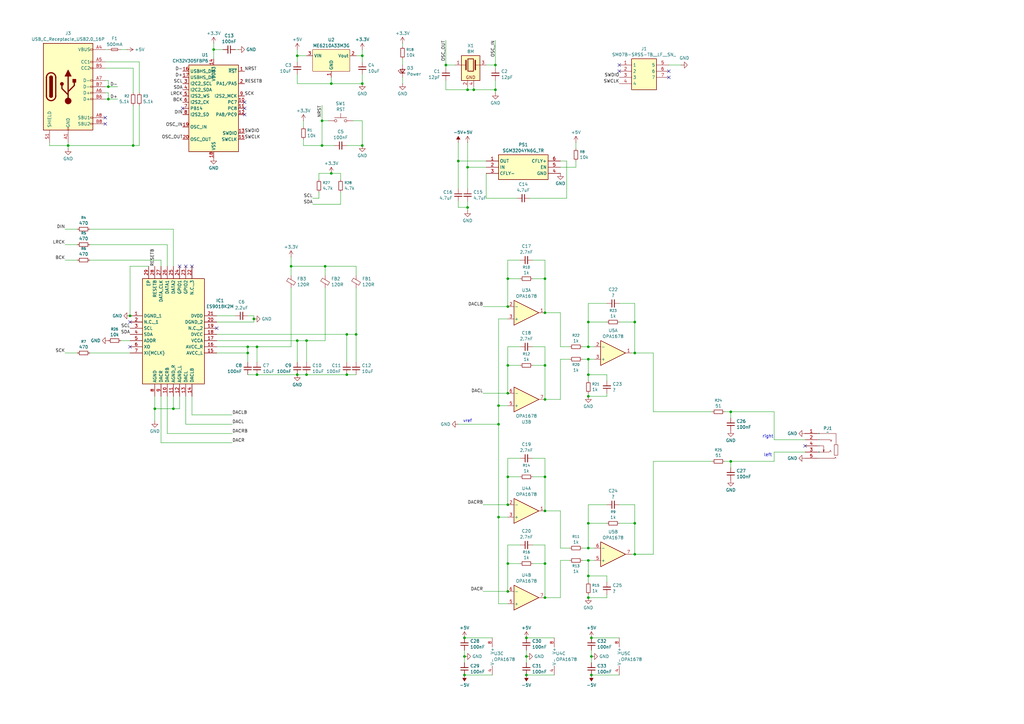
<source format=kicad_sch>
(kicad_sch (version 20250114) (generator "eeschema") (generator_version "9.0")
  (paper "A3")
  (title_block (title "HSDAC") (rev "v0.2"))
  (text "right" (at 314.96 179.07 0) (effects (font (size 1.27 1.27))))
  (text "left" (at 314.96 186.69 0) (effects (font (size 1.27 1.27))))
  (text "vref" (at 191.77 172.72 0) (effects (font (size 1.27 1.27))))
  (junction (at 204.47 212.09))
  (junction (at 190.5 276.86))
  (junction (at 104.14 130.81))
  (junction (at 208.28 149.86))
  (junction (at 190.5 269.24))
  (junction (at 204.47 173.99))
  (junction (at 191.77 85.09))
  (junction (at 125.73 139.7))
  (junction (at 223.52 231.14))
  (junction (at 119.38 109.22))
  (junction (at 241.3 162.56))
  (junction (at 132.08 59.69))
  (junction (at 191.77 68.58))
  (junction (at 44.45 40.64))
  (junction (at 148.59 34.29))
  (junction (at 208.28 125.73))
  (junction (at 223.52 149.86))
  (junction (at 215.9 276.86))
  (junction (at 241.3 224.79))
  (junction (at 121.92 22.86))
  (junction (at 241.3 236.22))
  (junction (at 241.3 142.24))
  (junction (at 241.3 147.32))
  (junction (at 44.45 35.56))
  (junction (at 223.52 114.3))
  (junction (at 148.59 22.86))
  (junction (at 241.3 229.87))
  (junction (at 53.34 129.54))
  (junction (at 132.08 49.53))
  (junction (at 146.05 137.16))
  (junction (at 241.3 245.11))
  (junction (at 260.35 144.78))
  (junction (at 215.9 269.24))
  (junction (at 242.57 276.86))
  (junction (at 260.35 132.08))
  (junction (at 142.24 153.67))
  (junction (at 223.52 163.83))
  (junction (at 208.28 207.01))
  (junction (at 194.31 36.83))
  (junction (at 208.28 195.58))
  (junction (at 71.12 167.64))
  (junction (at 135.89 71.12))
  (junction (at 63.5 167.64))
  (junction (at 203.2 36.83))
  (junction (at 105.41 142.24))
  (junction (at 242.57 269.24))
  (junction (at 204.47 166.37))
  (junction (at 208.28 242.57))
  (junction (at 101.6 144.78))
  (junction (at 87.63 20.32))
  (junction (at 241.3 153.67))
  (junction (at 241.3 214.63))
  (junction (at 299.72 168.91))
  (junction (at 260.35 214.63))
  (junction (at 182.88 26.67))
  (junction (at 208.28 231.14))
  (junction (at 142.24 137.16))
  (junction (at 54.61 59.69))
  (junction (at 223.52 195.58))
  (junction (at 105.41 153.67))
  (junction (at 208.28 114.3))
  (junction (at 203.2 26.67))
  (junction (at 121.92 153.67))
  (junction (at 27.94 59.69))
  (junction (at 135.89 34.29))
  (junction (at 133.35 109.22))
  (junction (at 260.35 227.33))
  (junction (at 148.59 59.69))
  (junction (at 223.52 245.11))
  (junction (at 215.9 261.62))
  (junction (at 223.52 128.27))
  (junction (at 101.6 142.24))
  (junction (at 191.77 36.83))
  (junction (at 190.5 261.62))
  (junction (at 242.57 261.62))
  (junction (at 299.72 189.23))
  (junction (at 223.52 209.55))
  (junction (at 241.3 132.08))
  (junction (at 187.96 66.04))
  (junction (at 125.73 153.67))
  (junction (at 121.92 139.7))
  (junction (at 208.28 161.29))
  (no_connect (at 74.93 44.45))
  (no_connect (at 100.33 44.45))
  (no_connect (at 53.34 132.08))
  (no_connect (at 274.32 31.75))
  (no_connect (at 43.18 50.8))
  (no_connect (at 254 29.21))
  (no_connect (at 254 26.67))
  (no_connect (at 274.32 29.21))
  (no_connect (at 330.2 182.88))
  (no_connect (at 73.66 109.22))
  (no_connect (at 76.2 109.22))
  (no_connect (at 78.74 109.22))
  (no_connect (at 43.18 48.26))
  (no_connect (at 88.9 134.62))
  (no_connect (at 100.33 46.99))
  (no_connect (at 53.34 142.24))
  (no_connect (at 100.33 41.91))
  (wire (pts (xy 91.44 20.32) (xy 87.63 20.32)))
  (wire (pts (xy 43.18 20.32) (xy 44.45 20.32)))
  (wire (pts (xy 248.92 207.01) (xy 241.3 207.01)))
  (wire (pts (xy 57.15 43.18) (xy 57.15 59.69)))
  (wire (pts (xy 88.9 142.24) (xy 101.6 142.24)))
  (wire (pts (xy 238.76 142.24) (xy 241.3 142.24)))
  (wire (pts (xy 218.44 114.3) (xy 223.52 114.3)))
  (wire (pts (xy 233.68 147.32) (xy 229.87 147.32)))
  (wire (pts (xy 165.1 31.75) (xy 165.1 34.29)))
  (wire (pts (xy 121.92 20.32) (xy 121.92 22.86)))
  (wire (pts (xy 88.9 129.54) (xy 96.52 129.54)))
  (wire (pts (xy 254 124.46) (xy 260.35 124.46)))
  (wire (pts (xy 260.35 207.01) (xy 260.35 214.63)))
  (wire (pts (xy 60.96 109.22) (xy 53.34 109.22)))
  (wire (pts (xy 88.9 144.78) (xy 101.6 144.78)))
  (wire (pts (xy 191.77 36.83) (xy 191.77 35.56)))
  (wire (pts (xy 88.9 132.08) (xy 104.14 132.08)))
  (wire (pts (xy 135.89 71.12) (xy 130.81 71.12)))
  (wire (pts (xy 128.27 81.28) (xy 130.81 81.28)))
  (wire (pts (xy 223.52 195.58) (xy 223.52 209.55)))
  (wire (pts (xy 223.52 231.14) (xy 223.52 245.11)))
  (wire (pts (xy 279.4 26.67) (xy 274.32 26.67)))
  (wire (pts (xy 248.92 238.76) (xy 248.92 236.22)))
  (wire (pts (xy 297.18 189.23) (xy 299.72 189.23)))
  (wire (pts (xy 241.3 147.32) (xy 241.3 153.67)))
  (wire (pts (xy 204.47 130.81) (xy 204.47 166.37)))
  (wire (pts (xy 43.18 25.4) (xy 57.15 25.4)))
  (wire (pts (xy 68.58 177.8) (xy 95.25 177.8)))
  (wire (pts (xy 199.39 81.28) (xy 212.09 81.28)))
  (wire (pts (xy 248.92 156.21) (xy 248.92 153.67)))
  (wire (pts (xy 223.52 142.24) (xy 218.44 142.24)))
  (wire (pts (xy 299.72 168.91) (xy 299.72 171.45)))
  (wire (pts (xy 133.35 139.7) (xy 125.73 139.7)))
  (wire (pts (xy 132.08 43.18) (xy 132.08 49.53)))
  (wire (pts (xy 44.45 33.02) (xy 44.45 35.56)))
  (wire (pts (xy 76.2 162.56) (xy 76.2 173.99)))
  (wire (pts (xy 203.2 36.83) (xy 194.31 36.83)))
  (wire (pts (xy 124.46 57.15) (xy 124.46 59.69)))
  (wire (pts (xy 203.2 26.67) (xy 199.39 26.67)))
  (wire (pts (xy 125.73 148.59) (xy 125.73 139.7)))
  (wire (pts (xy 260.35 144.78) (xy 259.08 144.78)))
  (wire (pts (xy 66.04 181.61) (xy 95.25 181.61)))
  (wire (pts (xy 191.77 58.42) (xy 191.77 68.58)))
  (wire (pts (xy 208.28 187.96) (xy 208.28 195.58)))
  (wire (pts (xy 142.24 153.67) (xy 146.05 153.67)))
  (wire (pts (xy 27.94 59.69) (xy 27.94 58.42)))
  (wire (pts (xy 223.52 106.68) (xy 218.44 106.68)))
  (wire (pts (xy 146.05 113.03) (xy 146.05 109.22)))
  (wire (pts (xy 119.38 142.24) (xy 105.41 142.24)))
  (wire (pts (xy 187.96 82.55) (xy 187.96 85.09)))
  (wire (pts (xy 191.77 85.09) (xy 191.77 86.36)))
  (wire (pts (xy 198.12 207.01) (xy 208.28 207.01)))
  (wire (pts (xy 121.92 22.86) (xy 121.92 25.4)))
  (wire (pts (xy 165.1 24.13) (xy 165.1 26.67)))
  (wire (pts (xy 26.67 106.68) (xy 31.75 106.68)))
  (wire (pts (xy 317.5 180.34) (xy 330.2 180.34)))
  (wire (pts (xy 101.6 153.67) (xy 105.41 153.67)))
  (wire (pts (xy 223.52 142.24) (xy 223.52 149.86)))
  (wire (pts (xy 148.59 34.29) (xy 135.89 34.29)))
  (wire (pts (xy 49.53 139.7) (xy 53.34 139.7)))
  (wire (pts (xy 182.88 26.67) (xy 182.88 27.94)))
  (wire (pts (xy 53.34 109.22) (xy 53.34 129.54)))
  (wire (pts (xy 26.67 100.33) (xy 31.75 100.33)))
  (wire (pts (xy 187.96 58.42) (xy 187.96 66.04)))
  (wire (pts (xy 130.81 81.28) (xy 130.81 78.74)))
  (wire (pts (xy 208.28 106.68) (xy 208.28 114.3)))
  (wire (pts (xy 223.52 114.3) (xy 223.52 128.27)))
  (wire (pts (xy 208.28 142.24) (xy 213.36 142.24)))
  (wire (pts (xy 146.05 22.86) (xy 148.59 22.86)))
  (wire (pts (xy 194.31 35.56) (xy 194.31 36.83)))
  (wire (pts (xy 44.45 40.64) (xy 48.26 40.64)))
  (wire (pts (xy 299.72 189.23) (xy 299.72 191.77)))
  (wire (pts (xy 229.87 68.58) (xy 236.22 68.58)))
  (wire (pts (xy 292.1 189.23) (xy 267.97 189.23)))
  (wire (pts (xy 148.59 49.53) (xy 148.59 59.69)))
  (wire (pts (xy 208.28 207.01) (xy 208.28 195.58)))
  (wire (pts (xy 198.12 242.57) (xy 208.28 242.57)))
  (wire (pts (xy 223.52 187.96) (xy 218.44 187.96)))
  (wire (pts (xy 71.12 167.64) (xy 63.5 167.64)))
  (wire (pts (xy 236.22 58.42) (xy 236.22 60.96)))
  (wire (pts (xy 215.9 261.62) (xy 227.33 261.62)))
  (wire (pts (xy 317.5 180.34) (xy 317.5 168.91)))
  (wire (pts (xy 260.35 132.08) (xy 260.35 144.78)))
  (wire (pts (xy 124.46 49.53) (xy 124.46 52.07)))
  (wire (pts (xy 267.97 168.91) (xy 267.97 144.78)))
  (wire (pts (xy 71.12 109.22) (xy 71.12 93.98)))
  (wire (pts (xy 208.28 231.14) (xy 208.28 242.57)))
  (wire (pts (xy 204.47 212.09) (xy 208.28 212.09)))
  (wire (pts (xy 44.45 35.56) (xy 48.26 35.56)))
  (wire (pts (xy 148.59 20.32) (xy 148.59 22.86)))
  (wire (pts (xy 229.87 224.79) (xy 229.87 209.55)))
  (wire (pts (xy 248.92 214.63) (xy 241.3 214.63)))
  (wire (pts (xy 133.35 113.03) (xy 133.35 109.22)))
  (wire (pts (xy 66.04 106.68) (xy 66.04 109.22)))
  (wire (pts (xy 119.38 105.41) (xy 119.38 109.22)))
  (wire (pts (xy 146.05 109.22) (xy 133.35 109.22)))
  (wire (pts (xy 241.3 124.46) (xy 241.3 132.08)))
  (wire (pts (xy 267.97 227.33) (xy 260.35 227.33)))
  (wire (pts (xy 54.61 27.94) (xy 43.18 27.94)))
  (wire (pts (xy 198.12 125.73) (xy 208.28 125.73)))
  (wire (pts (xy 20.32 59.69) (xy 27.94 59.69)))
  (wire (pts (xy 233.68 142.24) (xy 229.87 142.24)))
  (wire (pts (xy 204.47 212.09) (xy 204.47 247.65)))
  (wire (pts (xy 78.74 170.18) (xy 95.25 170.18)))
  (wire (pts (xy 186.69 26.67) (xy 182.88 26.67)))
  (wire (pts (xy 187.96 173.99) (xy 204.47 173.99)))
  (wire (pts (xy 208.28 231.14) (xy 213.36 231.14)))
  (wire (pts (xy 71.12 93.98) (xy 36.83 93.98)))
  (wire (pts (xy 223.52 223.52) (xy 218.44 223.52)))
  (wire (pts (xy 229.87 209.55) (xy 223.52 209.55)))
  (wire (pts (xy 104.14 130.81) (xy 104.14 129.54)))
  (wire (pts (xy 121.92 30.48) (xy 121.92 34.29)))
  (wire (pts (xy 190.5 269.24) (xy 190.5 271.78)))
  (wire (pts (xy 105.41 153.67) (xy 121.92 153.67)))
  (wire (pts (xy 121.92 153.67) (xy 125.73 153.67)))
  (wire (pts (xy 57.15 25.4) (xy 57.15 38.1)))
  (wire (pts (xy 229.87 229.87) (xy 229.87 245.11)))
  (wire (pts (xy 125.73 139.7) (xy 121.92 139.7)))
  (wire (pts (xy 233.68 224.79) (xy 229.87 224.79)))
  (wire (pts (xy 208.28 125.73) (xy 208.28 114.3)))
  (wire (pts (xy 44.45 38.1) (xy 44.45 40.64)))
  (wire (pts (xy 292.1 168.91) (xy 267.97 168.91)))
  (wire (pts (xy 88.9 139.7) (xy 121.92 139.7)))
  (wire (pts (xy 133.35 118.11) (xy 133.35 139.7)))
  (wire (pts (xy 297.18 168.91) (xy 299.72 168.91)))
  (wire (pts (xy 232.41 66.04) (xy 229.87 66.04)))
  (wire (pts (xy 208.28 149.86) (xy 213.36 149.86)))
  (wire (pts (xy 187.96 66.04) (xy 187.96 77.47)))
  (wire (pts (xy 241.3 243.84) (xy 241.3 245.11)))
  (wire (pts (xy 242.57 266.7) (xy 242.57 269.24)))
  (wire (pts (xy 248.92 243.84) (xy 248.92 245.11)))
  (wire (pts (xy 299.72 168.91) (xy 317.5 168.91)))
  (wire (pts (xy 26.67 144.78) (xy 31.75 144.78)))
  (wire (pts (xy 63.5 172.72) (xy 63.5 167.64)))
  (wire (pts (xy 133.35 109.22) (xy 119.38 109.22)))
  (wire (pts (xy 203.2 36.83) (xy 203.2 38.1)))
  (wire (pts (xy 238.76 147.32) (xy 241.3 147.32)))
  (wire (pts (xy 241.3 214.63) (xy 241.3 224.79)))
  (wire (pts (xy 241.3 229.87) (xy 243.84 229.87)))
  (wire (pts (xy 44.45 35.56) (xy 43.18 35.56)))
  (wire (pts (xy 241.3 236.22) (xy 241.3 238.76)))
  (wire (pts (xy 223.52 163.83) (xy 229.87 163.83)))
  (wire (pts (xy 76.2 173.99) (xy 95.25 173.99)))
  (wire (pts (xy 43.18 40.64) (xy 44.45 40.64)))
  (wire (pts (xy 254 207.01) (xy 260.35 207.01)))
  (wire (pts (xy 248.92 161.29) (xy 248.92 162.56)))
  (wire (pts (xy 20.32 58.42) (xy 20.32 59.69)))
  (wire (pts (xy 215.9 269.24) (xy 215.9 271.78)))
  (wire (pts (xy 241.3 147.32) (xy 243.84 147.32)))
  (wire (pts (xy 238.76 224.79) (xy 241.3 224.79)))
  (wire (pts (xy 223.52 106.68) (xy 223.52 114.3)))
  (wire (pts (xy 139.7 83.82) (xy 139.7 78.74)))
  (wire (pts (xy 204.47 166.37) (xy 208.28 166.37)))
  (wire (pts (xy 73.66 167.64) (xy 71.12 167.64)))
  (wire (pts (xy 248.92 153.67) (xy 241.3 153.67)))
  (wire (pts (xy 191.77 82.55) (xy 191.77 85.09)))
  (wire (pts (xy 190.5 276.86) (xy 201.93 276.86)))
  (wire (pts (xy 182.88 16.51) (xy 182.88 26.67)))
  (wire (pts (xy 236.22 66.04) (xy 236.22 68.58)))
  (wire (pts (xy 146.05 137.16) (xy 142.24 137.16)))
  (wire (pts (xy 208.28 187.96) (xy 213.36 187.96)))
  (wire (pts (xy 125.73 153.67) (xy 142.24 153.67)))
  (wire (pts (xy 218.44 195.58) (xy 223.52 195.58)))
  (wire (pts (xy 105.41 142.24) (xy 105.41 148.59)))
  (wire (pts (xy 317.5 185.42) (xy 317.5 189.23)))
  (wire (pts (xy 190.5 266.7) (xy 190.5 269.24)))
  (wire (pts (xy 36.83 106.68) (xy 66.04 106.68)))
  (wire (pts (xy 125.73 22.86) (xy 121.92 22.86)))
  (wire (pts (xy 241.3 132.08) (xy 241.3 142.24)))
  (wire (pts (xy 63.5 167.64) (xy 63.5 162.56)))
  (wire (pts (xy 121.92 139.7) (xy 121.92 148.59)))
  (wire (pts (xy 187.96 66.04) (xy 199.39 66.04)))
  (wire (pts (xy 248.92 132.08) (xy 241.3 132.08)))
  (wire (pts (xy 204.47 173.99) (xy 204.47 212.09)))
  (wire (pts (xy 241.3 229.87) (xy 241.3 236.22)))
  (wire (pts (xy 208.28 195.58) (xy 213.36 195.58)))
  (wire (pts (xy 101.6 142.24) (xy 101.6 144.78)))
  (wire (pts (xy 241.3 224.79) (xy 243.84 224.79)))
  (wire (pts (xy 229.87 147.32) (xy 229.87 163.83)))
  (wire (pts (xy 241.3 142.24) (xy 243.84 142.24)))
  (wire (pts (xy 105.41 142.24) (xy 101.6 142.24)))
  (wire (pts (xy 87.63 17.78) (xy 87.63 20.32)))
  (wire (pts (xy 194.31 36.83) (xy 191.77 36.83)))
  (wire (pts (xy 71.12 162.56) (xy 71.12 167.64)))
  (wire (pts (xy 124.46 59.69) (xy 132.08 59.69)))
  (wire (pts (xy 215.9 266.7) (xy 215.9 269.24)))
  (wire (pts (xy 238.76 229.87) (xy 241.3 229.87)))
  (wire (pts (xy 254 132.08) (xy 260.35 132.08)))
  (wire (pts (xy 146.05 118.11) (xy 146.05 137.16)))
  (wire (pts (xy 54.61 59.69) (xy 27.94 59.69)))
  (wire (pts (xy 130.81 71.12) (xy 130.81 73.66)))
  (wire (pts (xy 232.41 81.28) (xy 232.41 66.04)))
  (wire (pts (xy 203.2 27.94) (xy 203.2 26.67)))
  (wire (pts (xy 248.92 236.22) (xy 241.3 236.22)))
  (wire (pts (xy 73.66 162.56) (xy 73.66 167.64)))
  (wire (pts (xy 146.05 148.59) (xy 146.05 137.16)))
  (wire (pts (xy 148.59 22.86) (xy 148.59 25.4)))
  (wire (pts (xy 204.47 166.37) (xy 204.47 173.99)))
  (wire (pts (xy 66.04 162.56) (xy 66.04 181.61)))
  (wire (pts (xy 260.35 124.46) (xy 260.35 132.08)))
  (wire (pts (xy 242.57 261.62) (xy 254 261.62)))
  (wire (pts (xy 241.3 153.67) (xy 241.3 156.21)))
  (wire (pts (xy 142.24 137.16) (xy 142.24 148.59)))
  (wire (pts (xy 191.77 68.58) (xy 199.39 68.58)))
  (wire (pts (xy 208.28 223.52) (xy 208.28 231.14)))
  (wire (pts (xy 223.52 187.96) (xy 223.52 195.58)))
  (wire (pts (xy 241.3 207.01) (xy 241.3 214.63)))
  (wire (pts (xy 241.3 245.11) (xy 248.92 245.11)))
  (wire (pts (xy 218.44 149.86) (xy 223.52 149.86)))
  (wire (pts (xy 187.96 85.09) (xy 191.77 85.09)))
  (wire (pts (xy 199.39 71.12) (xy 199.39 81.28)))
  (wire (pts (xy 267.97 144.78) (xy 260.35 144.78)))
  (wire (pts (xy 139.7 71.12) (xy 135.89 71.12)))
  (wire (pts (xy 26.67 93.98) (xy 31.75 93.98)))
  (wire (pts (xy 267.97 189.23) (xy 267.97 227.33)))
  (wire (pts (xy 68.58 100.33) (xy 68.58 109.22)))
  (wire (pts (xy 208.28 223.52) (xy 213.36 223.52)))
  (wire (pts (xy 208.28 130.81) (xy 204.47 130.81)))
  (wire (pts (xy 208.28 106.68) (xy 213.36 106.68)))
  (wire (pts (xy 233.68 229.87) (xy 229.87 229.87)))
  (wire (pts (xy 49.53 20.32) (xy 52.07 20.32)))
  (wire (pts (xy 317.5 185.42) (xy 330.2 185.42)))
  (wire (pts (xy 121.92 34.29) (xy 135.89 34.29)))
  (wire (pts (xy 242.57 276.86) (xy 254 276.86)))
  (wire (pts (xy 223.52 223.52) (xy 223.52 231.14)))
  (wire (pts (xy 148.59 59.69) (xy 142.24 59.69)))
  (wire (pts (xy 128.27 83.82) (xy 139.7 83.82)))
  (wire (pts (xy 144.78 49.53) (xy 148.59 49.53)))
  (wire (pts (xy 43.18 38.1) (xy 44.45 38.1)))
  (wire (pts (xy 68.58 162.56) (xy 68.58 177.8)))
  (wire (pts (xy 119.38 109.22) (xy 119.38 113.03)))
  (wire (pts (xy 208.28 149.86) (xy 208.28 161.29)))
  (wire (pts (xy 218.44 231.14) (xy 223.52 231.14)))
  (wire (pts (xy 208.28 114.3) (xy 213.36 114.3)))
  (wire (pts (xy 36.83 144.78) (xy 53.34 144.78)))
  (wire (pts (xy 204.47 247.65) (xy 208.28 247.65)))
  (wire (pts (xy 97.79 20.32) (xy 96.52 20.32)))
  (wire (pts (xy 229.87 142.24) (xy 229.87 128.27)))
  (wire (pts (xy 191.77 77.47) (xy 191.77 68.58)))
  (wire (pts (xy 57.15 59.69) (xy 54.61 59.69)))
  (wire (pts (xy 101.6 129.54) (xy 104.14 129.54)))
  (wire (pts (xy 54.61 43.18) (xy 54.61 59.69)))
  (wire (pts (xy 208.28 142.24) (xy 208.28 149.86)))
  (wire (pts (xy 203.2 33.02) (xy 203.2 36.83)))
  (wire (pts (xy 198.12 161.29) (xy 208.28 161.29)))
  (wire (pts (xy 215.9 276.86) (xy 227.33 276.86)))
  (wire (pts (xy 223.52 128.27) (xy 229.87 128.27)))
  (wire (pts (xy 182.88 33.02) (xy 182.88 36.83)))
  (wire (pts (xy 260.35 214.63) (xy 260.35 227.33)))
  (wire (pts (xy 78.74 162.56) (xy 78.74 170.18)))
  (wire (pts (xy 223.52 149.86) (xy 223.52 163.83)))
  (wire (pts (xy 165.1 17.78) (xy 165.1 19.05)))
  (wire (pts (xy 242.57 269.24) (xy 242.57 271.78)))
  (wire (pts (xy 132.08 49.53) (xy 134.62 49.53)))
  (wire (pts (xy 139.7 73.66) (xy 139.7 71.12)))
  (wire (pts (xy 88.9 137.16) (xy 142.24 137.16)))
  (wire (pts (xy 101.6 144.78) (xy 101.6 148.59)))
  (wire (pts (xy 203.2 16.51) (xy 203.2 26.67)))
  (wire (pts (xy 135.89 34.29) (xy 135.89 31.75)))
  (wire (pts (xy 254 214.63) (xy 260.35 214.63)))
  (wire (pts (xy 43.18 33.02) (xy 44.45 33.02)))
  (wire (pts (xy 190.5 261.62) (xy 201.93 261.62)))
  (wire (pts (xy 248.92 124.46) (xy 241.3 124.46)))
  (wire (pts (xy 317.5 189.23) (xy 299.72 189.23)))
  (wire (pts (xy 27.94 59.69) (xy 27.94 60.96)))
  (wire (pts (xy 87.63 20.32) (xy 87.63 24.13)))
  (wire (pts (xy 54.61 38.1) (xy 54.61 27.94)))
  (wire (pts (xy 137.16 59.69) (xy 132.08 59.69)))
  (wire (pts (xy 241.3 161.29) (xy 241.3 162.56)))
  (wire (pts (xy 182.88 36.83) (xy 191.77 36.83)))
  (wire (pts (xy 217.17 81.28) (xy 232.41 81.28)))
  (wire (pts (xy 229.87 245.11) (xy 223.52 245.11)))
  (wire (pts (xy 36.83 100.33) (xy 68.58 100.33)))
  (wire (pts (xy 260.35 227.33) (xy 259.08 227.33)))
  (wire (pts (xy 148.59 30.48) (xy 148.59 34.29)))
  (wire (pts (xy 132.08 59.69) (xy 132.08 49.53)))
  (wire (pts (xy 241.3 162.56) (xy 248.92 162.56)))
  (wire (pts (xy 119.38 118.11) (xy 119.38 142.24)))
  (wire (pts (xy 104.14 132.08) (xy 104.14 130.81)))
  (label "RESETB" (at 63.5 109.22 90))
  (label "DACLB" (at 198.12 125.73 180))
  (label "RESETB" (at 100.33 34.29 0))
  (label "SWCLK" (at 100.33 57.15 0))
  (label "SDA" (at 53.34 137.16 180))
  (label "OSC_OUT" (at 182.88 16.51 270))
  (label "DACL" (at 198.12 161.29 180))
  (label "DACRB" (at 95.25 177.8 0))
  (label "DACLB" (at 95.25 170.18 0))
  (label "SDA" (at 74.93 36.83 180))
  (label "SCL" (at 128.27 81.28 180))
  (label "NRST" (at 132.08 43.18 270))
  (label "SWDIO" (at 100.33 54.61 0))
  (label "LRCK" (at 26.67 100.33 180))
  (label "SWDIO" (at 254 31.75 180))
  (label "SCK" (at 26.67 144.78 180))
  (label "D+" (at 74.93 31.75 180))
  (label "DACR" (at 95.25 181.61 0))
  (label "BCK" (at 26.67 106.68 180))
  (label "SDA" (at 128.27 83.82 180))
  (label "OSC_IN" (at 74.93 52.07 180))
  (label "LRCK" (at 74.93 39.37 180))
  (label "BCK" (at 74.93 41.91 180))
  (label "D-" (at 48.26 35.56 180))
  (label "SCK" (at 100.33 39.37 0))
  (label "DACL" (at 95.25 173.99 0))
  (label "DIN" (at 26.67 93.98 180))
  (label "DACR" (at 198.12 242.57 180))
  (label "DIN" (at 74.93 46.99 180))
  (label "OSC_OUT" (at 74.93 57.15 180))
  (label "SWCLK" (at 254 34.29 180))
  (label "SCL" (at 74.93 34.29 180))
  (label "SCL" (at 53.34 134.62 180))
  (label "OSC_IN" (at 203.2 16.51 270))
  (label "DACRB" (at 198.12 207.01 180))
  (label "NRST" (at 100.33 29.21 0))
  (label "D+" (at 48.26 40.64 180))
  (label "D-" (at 74.93 29.21 180))
  (symbol (lib_id "power:GND") (at 330.2 187.96 270) (unit 1)
    (property "Reference" "#PWR027" (effects (hide yes)))
    (property "Value" "GND" (at 327.025 187.96 90) (effects (justify right)))
    (property "Description" "Power symbol creates a global label with name \"GND\" , ground" (effects (hide yes)))
  )
  (symbol (lib_id "power:GND") (at 97.79 20.32 90) (mirror x) (unit 1)
    (property "Reference" "#PWR022" (effects (hide yes)))
    (property "Value" "GND" (at 100.9649 20.32 90) (effects (justify right)))
    (property "Description" "Power symbol creates a global label with name \"GND\" , ground" (effects (hide yes)))
  )
  (symbol (lib_id "Amplifier_Operational:OPA1678") (at 215.9 163.83 0) (mirror x) (unit 2)
    (property "Reference" "U3" (at 215.9 173.0545 0))
    (property "Value" "OPA1678" (at 215.9 170.6302 0))
    (property "Footprint" "Package_SO:SOIC-8_5.3x6.2mm_P1.27mm" (effects (hide yes)))
    (property "Datasheet" "http://www.ti.com/lit/ds/symlink/opa1678.pdf" (effects (hide yes)))
    (property "Description" "Low-Distortion Audio Operational Amplifiers, SOIC-8/VSSOP-8" (effects (hide yes)))
  )
  (symbol (lib_id "power:GND") (at 190.5 269.24 90) (unit 1)
    (property "Reference" "#PWR033" (effects (hide yes)))
    (property "Value" "GND" (at 193.675 269.24 90) (effects (justify right)))
    (property "Description" "Power symbol creates a global label with name \"GND\" , ground" (effects (hide yes)))
  )
  (symbol (lib_id "power:+5V") (at 52.07 20.32 270) (unit 1)
    (property "Reference" "#PWR07" (effects (hide yes)))
    (property "Value" "+5V" (at 55.245 20.32 90) (effects (justify left)))
    (property "Description" "Power symbol creates a global label with name \"+5V\"" (effects (hide yes)))
  )
  (symbol (lib_id "Device:R_Small") (at 294.64 168.91 270) (unit 1)
    (property "Reference" "R24" (at 294.64 164.2333 90) (effects (font (size 1.016 1.016))))
    (property "Value" "51" (at 294.64 166.4532 90))
    (property "Footprint" "PCM_Resistor_SMD_AKL:R_0603_1608Metric_Pad0.98x0.95mm_HandSolder" (effects (hide yes)))
    (property "Description" "Resistor, small symbol" (effects (hide yes)))
  )
  (symbol (lib_id "Device:C_Small") (at 121.92 151.13 180) (unit 1)
    (property "Reference" "C9" (at 119.596 149.9114 0) (effects (justify left)))
    (property "Value" "100nF" (at 119.596 152.3357 0) (effects (justify left)))
    (property "Footprint" "PCM_Capacitor_SMD_AKL:C_0603_1608Metric_Pad1.05x0.95mm_HandSolder" (effects (hide yes)))
    (property "Description" "Unpolarized capacitor, small symbol" (effects (hide yes)))
  )
  (symbol (lib_id "Device:C_Small") (at 121.92 27.94 0) (unit 1)
    (property "Reference" "C3" (at 119.5959 26.7341 0) (effects (justify right)))
    (property "Value" "10uF" (at 119.5959 29.1584 0) (effects (justify right)))
    (property "Footprint" "PCM_Capacitor_SMD_AKL:C_0603_1608Metric_Pad1.05x0.95mm_HandSolder" (effects (hide yes)))
    (property "Description" "Unpolarized capacitor, small symbol" (effects (hide yes)))
  )
  (symbol (lib_id "Device:R_Small") (at 34.29 106.68 90) (unit 1)
    (property "Reference" "R6" (at 34.29 102.0033 90) (effects (font (size 1.016 1.016))))
    (property "Value" "470" (at 34.29 104.2232 90))
    (property "Footprint" "PCM_Resistor_SMD_AKL:R_0603_1608Metric_Pad0.98x0.95mm_HandSolder" (effects (hide yes)))
    (property "Description" "Resistor, small symbol" (effects (hide yes)))
  )
  (symbol (lib_id "Amplifier_Operational:OPA1678") (at 215.9 245.11 0) (mirror x) (unit 2)
    (property "Reference" "U4" (at 215.9 235.8855 0))
    (property "Value" "OPA1678" (at 215.9 238.3098 0))
    (property "Footprint" "Package_SO:SOIC-8_5.3x6.2mm_P1.27mm" (effects (hide yes)))
    (property "Datasheet" "http://www.ti.com/lit/ds/symlink/opa1678.pdf" (effects (hide yes)))
    (property "Description" "Low-Distortion Audio Operational Amplifiers, SOIC-8/VSSOP-8" (effects (hide yes)))
  )
  (symbol (lib_id "Device:C_Small") (at 251.46 207.01 90) (unit 1)
    (property "Reference" "C24" (at 251.4663 201.3034 90))
    (property "Value" "?" (at 251.4663 203.7277 90))
    (property "Footprint" "PCM_Capacitor_SMD_AKL:C_0603_1608Metric_Pad1.05x0.95mm_HandSolder" (effects (hide yes)))
    (property "Description" "Unpolarized capacitor, small symbol" (effects (hide yes)))
  )
  (symbol (lib_id "power:+5V") (at 215.9 261.62 0) (unit 1)
    (property "Reference" "#PWR037" (effects (hide yes)))
    (property "Value" "+5V" (at 215.9 257.4869 0))
    (property "Description" "Power symbol creates a global label with name \"+5V\"" (effects (hide yes)))
  )
  (symbol (lib_id "Device:C_Small") (at 125.73 151.13 180) (unit 1)
    (property "Reference" "C10" (at 128.0541 149.9114 0) (effects (justify right)))
    (property "Value" "10uF" (at 128.0541 152.3357 0) (effects (justify right)))
    (property "Footprint" "PCM_Capacitor_SMD_AKL:C_0603_1608Metric_Pad1.05x0.95mm_HandSolder" (effects (hide yes)))
    (property "Description" "Unpolarized capacitor, small symbol" (effects (hide yes)))
  )
  (symbol (lib_id "power:+3.3V") (at 87.63 17.78 0) (mirror y) (unit 1)
    (property "Reference" "#PWR021" (effects (hide yes)))
    (property "Value" "+3.3V" (at 87.63 13.6469 0))
    (property "Description" "Power symbol creates a global label with name \"+3.3V\"" (effects (hide yes)))
  )
  (symbol (lib_id "Device:C_Small") (at 215.9 274.32 180) (unit 1)
    (property "Reference" "C31" (at 218.2241 273.1014 0) (effects (justify right)))
    (property "Value" "100nF" (at 218.2241 275.5257 0) (effects (justify right)))
    (property "Footprint" "PCM_Capacitor_SMD_AKL:C_0603_1608Metric_Pad1.05x0.95mm_HandSolder" (effects (hide yes)))
    (property "Description" "Unpolarized capacitor, small symbol" (effects (hide yes)))
  )
  (symbol (lib_id "power:GND") (at 330.2 177.8 270) (unit 1)
    (property "Reference" "#PWR026" (effects (hide yes)))
    (property "Value" "GND" (at 327.025 177.8 90) (effects (justify right)))
    (property "Description" "Power symbol creates a global label with name \"GND\" , ground" (effects (hide yes)))
  )
  (symbol (lib_id "power:GND") (at 148.59 34.29 0) (unit 1)
    (property "Reference" "#PWR05" (effects (hide yes)))
    (property "Value" "GND" (at 148.59 38.4231 0))
    (property "Description" "Power symbol creates a global label with name \"GND\" , ground" (effects (hide yes)))
  )
  (symbol (lib_id "power:+5V") (at 121.92 20.32 0) (unit 1)
    (property "Reference" "#PWR04" (effects (hide yes)))
    (property "Value" "+5V" (at 121.92 16.1869 0))
    (property "Description" "Power symbol creates a global label with name \"+5V\"" (effects (hide yes)))
  )
  (symbol (lib_id "Device:C_Small") (at 99.06 129.54 90) (unit 1)
    (property "Reference" "C6" (at 99.0663 123.8334 90))
    (property "Value" "2.2uF" (at 99.0663 126.2577 90))
    (property "Footprint" "PCM_Capacitor_SMD_AKL:C_0603_1608Metric_Pad1.05x0.95mm_HandSolder" (effects (hide yes)))
    (property "Description" "Unpolarized capacitor, small symbol" (effects (hide yes)))
  )
  (symbol (lib_id "Device:C_Small") (at 242.57 264.16 180) (unit 1)
    (property "Reference" "C32" (at 244.8941 262.9414 0) (effects (justify right)))
    (property "Value" "100nF" (at 244.8941 265.3657 0) (effects (justify right)))
    (property "Footprint" "PCM_Capacitor_SMD_AKL:C_0603_1608Metric_Pad1.05x0.95mm_HandSolder" (effects (hide yes)))
    (property "Description" "Unpolarized capacitor, small symbol" (effects (hide yes)))
  )
  (symbol (lib_id "Device:R_Small") (at 124.46 54.61 180) (unit 1)
    (property "Reference" "R1" (at 125.9586 53.3978 0) (effects (font (size 1.016 1.016)) (justify right)))
    (property "Value" "10k" (at 125.9586 55.6177 0) (effects (justify right)))
    (property "Footprint" "PCM_Resistor_SMD_AKL:R_0603_1608Metric_Pad0.98x0.95mm_HandSolder" (effects (hide yes)))
    (property "Description" "Resistor, small symbol" (effects (hide yes)))
  )
  (symbol (lib_id "Device:R_Small") (at 236.22 63.5 180) (unit 1)
    (property "Reference" "R8" (at 237.7186 62.2878 0) (effects (font (size 1.016 1.016)) (justify right)))
    (property "Value" "10k" (at 237.7186 64.5077 0) (effects (justify right)))
    (property "Footprint" "PCM_Resistor_SMD_AKL:R_0603_1608Metric_Pad0.98x0.95mm_HandSolder" (effects (hide yes)))
    (property "Description" "Resistor, small symbol" (effects (hide yes)))
  )
  (symbol (lib_id "power:GND") (at 104.14 130.81 90) (unit 1)
    (property "Reference" "#PWR012" (effects (hide yes)))
    (property "Value" "GND" (at 107.315 130.81 90) (effects (justify right)))
    (property "Description" "Power symbol creates a global label with name \"GND\" , ground" (effects (hide yes)))
  )
  (symbol (lib_id "power:GND") (at 87.63 64.77 0) (mirror y) (unit 1)
    (property "Reference" "#PWR09" (effects (hide yes)))
    (property "Value" "GND" (at 87.63 68.9031 0))
    (property "Description" "Power symbol creates a global label with name \"GND\" , ground" (effects (hide yes)))
  )
  (symbol (lib_id "power:GND") (at 279.4 26.67 90) (mirror x) (unit 1)
    (property "Reference" "#PWR020" (effects (hide yes)))
    (property "Value" "GND" (at 280.67 23.8069 90))
    (property "Description" "Power symbol creates a global label with name \"GND\" , ground" (effects (hide yes)))
  )
  (symbol (lib_id "Connector:USB_C_Receptacle_USB2.0_16P") (at 27.94 35.56 0) (unit 1)
    (property "Reference" "J3" (at 27.94 13.6355 0))
    (property "Value" "USB_C_Receptacle_USB2.0_16P" (at 27.94 16.0598 0))
    (property "Footprint" "Connector_USB:USB_C_Receptacle_G-Switch_GT-USB-7010ASV" (effects (hide yes)))
    (property "Datasheet" "https://www.usb.org/sites/default/files/documents/usb_type-c.zip" (effects (hide yes)))
    (property "Description" "USB 2.0-only 16P Type-C Receptacle connector" (effects (hide yes)))
  )
  (symbol (lib_id "Device:C_Small") (at 299.72 173.99 180) (unit 1)
    (property "Reference" "C26" (at 302.0441 172.7714 0) (effects (justify right)))
    (property "Value" "100nF" (at 302.0441 175.1957 0) (effects (justify right)))
    (property "Footprint" "PCM_Capacitor_SMD_AKL:C_0603_1608Metric_Pad1.05x0.95mm_HandSolder" (effects (hide yes)))
    (property "Description" "Unpolarized capacitor, small symbol" (effects (hide yes)))
  )
  (symbol (lib_id "Device:C_Small") (at 190.5 264.16 180) (unit 1)
    (property "Reference" "C28" (at 192.8241 262.9414 0) (effects (justify right)))
    (property "Value" "100nF" (at 192.8241 265.3657 0) (effects (justify right)))
    (property "Footprint" "PCM_Capacitor_SMD_AKL:C_0603_1608Metric_Pad1.05x0.95mm_HandSolder" (effects (hide yes)))
    (property "Description" "Unpolarized capacitor, small symbol" (effects (hide yes)))
  )
  (symbol (lib_id "Device:R_Small") (at 215.9 231.14 90) (unit 1)
    (property "Reference" "R16" (at 215.9 226.4633 90) (effects (font (size 1.016 1.016))))
    (property "Value" "1k" (at 215.9 228.6832 90))
    (property "Footprint" "PCM_Resistor_SMD_AKL:R_0603_1608Metric_Pad0.98x0.95mm_HandSolder" (effects (hide yes)))
    (property "Description" "Resistor, small symbol" (effects (hide yes)))
  )
  (symbol (lib_id "power:-5V") (at 187.96 58.42 0) (unit 1)
    (property "Reference" "#PWR017" (effects (hide yes)))
    (property "Value" "-5V" (at 187.96 54.2869 0))
    (property "Description" "Power symbol creates a global label with name \"-5V\"" (effects (hide yes)))
  )
  (symbol (lib_id "Switch:SW_Push") (at 139.7 49.53 0) (unit 1)
    (property "Reference" "SW1" (at 139.7 42.4645 0))
    (property "Value" "RST" (at 139.7 44.8888 0))
    (property "Footprint" "1MyLibrary:SW-SMD_L4.0-W3.0-LS4.8-1" (effects (hide yes)))
    (property "Description" "Push button switch, generic, two pins" (effects (hide yes)))
  )
  (symbol (lib_id "Device:C_Small") (at 187.96 80.01 0) (unit 1)
    (property "Reference" "C16" (at 185.6359 78.8041 0) (effects (justify right)))
    (property "Value" "4.7uF" (at 185.6359 81.2284 0) (effects (justify right)))
    (property "Footprint" "PCM_Capacitor_SMD_AKL:C_0603_1608Metric_Pad1.05x0.95mm_HandSolder" (effects (hide yes)))
    (property "Description" "Unpolarized capacitor, small symbol" (effects (hide yes)))
  )
  (symbol (lib_id "Device:R_Small") (at 34.29 144.78 90) (unit 1)
    (property "Reference" "R7" (at 34.29 140.1033 90) (effects (font (size 1.016 1.016))))
    (property "Value" "470" (at 34.29 142.3232 90))
    (property "Footprint" "PCM_Resistor_SMD_AKL:R_0603_1608Metric_Pad0.98x0.95mm_HandSolder" (effects (hide yes)))
    (property "Description" "Resistor, small symbol" (effects (hide yes)))
  )
  (symbol (lib_id "power:GND") (at 121.92 153.67 0) (unit 1)
    (property "Reference" "#PWR013" (effects (hide yes)))
    (property "Value" "GND" (at 121.92 157.8031 0))
    (property "Description" "Power symbol creates a global label with name \"GND\" , ground" (effects (hide yes)))
  )
  (symbol (lib_id "Device:R_Small") (at 251.46 132.08 90) (unit 1)
    (property "Reference" "R23" (at 251.46 127.4033 90) (effects (font (size 1.016 1.016))))
    (property "Value" "1k" (at 251.46 129.6232 90))
    (property "Footprint" "PCM_Resistor_SMD_AKL:R_0603_1608Metric_Pad0.98x0.95mm_HandSolder" (effects (hide yes)))
    (property "Description" "Resistor, small symbol" (effects (hide yes)))
  )
  (symbol (lib_id "Device:C_Small") (at 215.9 106.68 90) (unit 1)
    (property "Reference" "C17" (at 215.9063 100.9734 90))
    (property "Value" "2.7nF" (at 215.9063 103.3977 90))
    (property "Footprint" "PCM_Capacitor_SMD_AKL:C_0603_1608Metric_Pad1.05x0.95mm_HandSolder" (effects (hide yes)))
    (property "Description" "Unpolarized capacitor, small symbol" (effects (hide yes)))
  )
  (symbol (lib_id "SM07B-SRSS-TB__LF__SN_:SM07B-SRSS-TB__LF__SN_") (at 254 26.67 0) (unit 1)
    (property "Reference" "J1" (at 264.16 19.9855 0))
    (property "Value" "SM07B-SRSS-TB__LF__SN_" (at 264.16 22.4098 0))
    (property "Footprint" "footprint:SM07B-SRSS-TB" (effects (hide yes)))
    (property "Datasheet" "http://uk.rs-online.com/web/p/products/5468833" (effects (hide yes)))
    (property "Description" "JST SH Series, 1mm Pitch 7 Way 1 Row Right Angle PCB Header, Solder Termination, 1A" (effects (hide yes)))
    (property "Manufacturer_Name" "JST (JAPAN SOLDERLESS TERMINALS)" (effects (hide yes)))
    (property "Manufacturer_Part_Number" "SM07B-SRSS-TB (LF)(SN)" (effects (hide yes)))
    (property "Arrow Part Number" "SM07B-SRSS-TB (LF)(SN)" (effects (hide yes)))
    (property "Arrow Price/Stock" "https://www.arrow.com/en/products/sm07b-srss-tb-lf-sn/jst-manufacturing" (effects (hide yes)))
  )
  (symbol (lib_id "Device:LED_Small") (at 165.1 29.21 90) (unit 1)
    (property "Reference" "D3" (at 166.878 27.9343 90) (effects (justify right)))
    (property "Value" "Power" (at 166.878 30.3586 90) (effects (justify right)))
    (property "Footprint" "PCM_LED_SMD_AKL:LED_0805_2012Metric" (effects (hide yes)))
    (property "Description" "Light emitting diode, small symbol" (effects (hide yes)))
    (property "Sim.Pin" "1=K 2=A" (effects (hide yes)))
  )
  (symbol (lib_id "power:+3.3V") (at 148.59 20.32 0) (unit 1)
    (property "Reference" "#PWR03" (effects (hide yes)))
    (property "Value" "+3.3V" (at 148.59 16.1869 0))
    (property "Description" "Power symbol creates a global label with name \"+3.3V\"" (effects (hide yes)))
  )
  (symbol (lib_id "power:+5V") (at 242.57 261.62 0) (unit 1)
    (property "Reference" "#PWR038" (effects (hide yes)))
    (property "Value" "+5V" (at 242.57 257.4869 0))
    (property "Description" "Power symbol creates a global label with name \"+5V\"" (effects (hide yes)))
  )
  (symbol (lib_id "SGM3204YN6G_TR:SGM3204YN6G_TR") (at 199.39 66.04 0) (unit 1)
    (property "Reference" "PS1" (at 214.63 59.3555 0))
    (property "Value" "SGM3204YN6G_TR" (at 214.63 61.7798 0))
    (property "Footprint" "footprint:SOT95P280X125-6N" (effects (hide yes)))
    (property "Datasheet" "https://datasheet.lcsc.com/szlcsc/SG-Micro-SGM3204YN6G-TR_C194031.pdf" (effects (hide yes)))
    (property "Description" "EasyEDA Model  Description Charge Pump Negative Adjustable 1 Up to 200mA 950kHz SOT-23-6 DC-DC Converters" (effects (hide yes)))
    (property "Height" "1.25" (effects (hide yes)))
    (property "Manufacturer_Name" "SGMICRO" (effects (hide yes)))
    (property "Manufacturer_Part_Number" "SGM3204YN6G/TR" (effects (hide yes)))
  )
  (symbol (lib_id "Device:R_Small") (at 46.99 139.7 90) (unit 1)
    (property "Reference" "R26" (at 46.99 135.0233 90) (effects (font (size 1.016 1.016))))
    (property "Value" "10k" (at 46.99 137.2432 90))
    (property "Footprint" "PCM_Resistor_SMD_AKL:R_0603_1608Metric_Pad0.98x0.95mm_HandSolder" (effects (hide yes)))
    (property "Description" "Resistor, small symbol" (effects (hide yes)))
  )
  (symbol (lib_id "power:GND") (at 299.72 176.53 0) (unit 1)
    (property "Reference" "#PWR029" (effects (hide yes)))
    (property "Value" "GND" (at 299.72 180.6631 0))
    (property "Description" "Power symbol creates a global label with name \"GND\" , ground" (effects (hide yes)))
  )
  (symbol (lib_id "Device:R_Small") (at 241.3 158.75 180) (unit 1)
    (property "Reference" "R21" (at 242.7986 157.5378 0) (effects (font (size 1.016 1.016)) (justify right)))
    (property "Value" "1k" (at 242.7986 159.7577 0) (effects (justify right)))
    (property "Footprint" "PCM_Resistor_SMD_AKL:R_0603_1608Metric_Pad0.98x0.95mm_HandSolder" (effects (hide yes)))
    (property "Description" "Resistor, small symbol" (effects (hide yes)))
  )
  (symbol (lib_id "Device:R_Small") (at 236.22 224.79 90) (unit 1)
    (property "Reference" "R11" (at 236.22 220.1133 90) (effects (font (size 1.016 1.016))))
    (property "Value" "1k" (at 236.22 222.3332 90))
    (property "Footprint" "PCM_Resistor_SMD_AKL:R_0603_1608Metric_Pad0.98x0.95mm_HandSolder" (effects (hide yes)))
    (property "Description" "Resistor, small symbol" (effects (hide yes)))
  )
  (symbol (lib_id "Device:R_Small") (at 236.22 147.32 90) (unit 1)
    (property "Reference" "R20" (at 236.22 149.5723 90) (effects (font (size 1.016 1.016))))
    (property "Value" "1k" (at 236.22 151.7922 90))
    (property "Footprint" "PCM_Resistor_SMD_AKL:R_0603_1608Metric_Pad0.98x0.95mm_HandSolder" (effects (hide yes)))
    (property "Description" "Resistor, small symbol" (effects (hide yes)))
  )
  (symbol (lib_id "Device:C_Small") (at 215.9 142.24 90) (unit 1)
    (property "Reference" "C18" (at 215.9063 136.5334 90))
    (property "Value" "2.7nF" (at 215.9063 138.9577 90))
    (property "Footprint" "PCM_Capacitor_SMD_AKL:C_0603_1608Metric_Pad1.05x0.95mm_HandSolder" (effects (hide yes)))
    (property "Description" "Unpolarized capacitor, small symbol" (effects (hide yes)))
  )
  (symbol (lib_id "Device:C_Small") (at 214.63 81.28 270) (unit 1)
    (property "Reference" "C14" (at 214.6236 75.5734 90))
    (property "Value" "4.7uF" (at 214.6236 77.9977 90))
    (property "Footprint" "PCM_Capacitor_SMD_AKL:C_0603_1608Metric_Pad1.05x0.95mm_HandSolder" (effects (hide yes)))
    (property "Description" "Unpolarized capacitor, small symbol" (effects (hide yes)))
  )
  (symbol (lib_id "Amplifier_Operational:OPA1678") (at 229.87 269.24 0) (unit 3)
    (property "Reference" "U4" (at 227.965 268.0278 0) (effects (justify left)))
    (property "Value" "OPA1678" (at 227.965 270.4521 0) (effects (justify left)))
    (property "Footprint" "Package_SO:SOIC-8_5.3x6.2mm_P1.27mm" (effects (hide yes)))
    (property "Datasheet" "http://www.ti.com/lit/ds/symlink/opa1678.pdf" (effects (hide yes)))
    (property "Description" "Low-Distortion Audio Operational Amplifiers, SOIC-8/VSSOP-8" (effects (hide yes)))
  )
  (symbol (lib_id "Amplifier_Operational:OPA1678") (at 251.46 227.33 0) (mirror x) (unit 2)
    (property "Reference" "U5" (at 251.46 218.1055 0))
    (property "Value" "OPA1678" (at 251.46 220.5298 0))
    (property "Footprint" "Package_SO:SOIC-8_5.3x6.2mm_P1.27mm" (effects (hide yes)))
    (property "Datasheet" "http://www.ti.com/lit/ds/symlink/opa1678.pdf" (effects (hide yes)))
    (property "Description" "Low-Distortion Audio Operational Amplifiers, SOIC-8/VSSOP-8" (effects (hide yes)))
  )
  (symbol (lib_id "Device:R_Small") (at 236.22 142.24 90) (unit 1)
    (property "Reference" "R22" (at 236.22 137.5633 90) (effects (font (size 1.016 1.016))))
    (property "Value" "1k" (at 236.22 139.7832 90))
    (property "Footprint" "PCM_Resistor_SMD_AKL:R_0603_1608Metric_Pad0.98x0.95mm_HandSolder" (effects (hide yes)))
    (property "Description" "Resistor, small symbol" (effects (hide yes)))
  )
  (symbol (lib_id "Amplifier_Operational:OPA1678") (at 256.54 269.24 0) (unit 3)
    (property "Reference" "U5" (at 254.635 268.0278 0) (effects (justify left)))
    (property "Value" "OPA1678" (at 254.635 270.4521 0) (effects (justify left)))
    (property "Footprint" "Package_SO:SOIC-8_5.3x6.2mm_P1.27mm" (effects (hide yes)))
    (property "Datasheet" "http://www.ti.com/lit/ds/symlink/opa1678.pdf" (effects (hide yes)))
    (property "Description" "Low-Distortion Audio Operational Amplifiers, SOIC-8/VSSOP-8" (effects (hide yes)))
  )
  (symbol (lib_id "power:GND") (at 241.3 162.56 0) (unit 1)
    (property "Reference" "#PWR025" (effects (hide yes)))
    (property "Value" "GND" (at 241.3 166.6931 0))
    (property "Description" "Power symbol creates a global label with name \"GND\" , ground" (effects (hide yes)))
  )
  (symbol (lib_id "Amplifier_Operational:OPA1678") (at 251.46 144.78 0) (mirror x) (unit 1)
    (property "Reference" "U5" (at 251.46 135.5555 0))
    (property "Value" "OPA1678" (at 251.46 137.9798 0))
    (property "Footprint" "Package_SO:SOIC-8_5.3x6.2mm_P1.27mm" (effects (hide yes)))
    (property "Datasheet" "http://www.ti.com/lit/ds/symlink/opa1678.pdf" (effects (hide yes)))
    (property "Description" "Low-Distortion Audio Operational Amplifiers, SOIC-8/VSSOP-8" (effects (hide yes)))
  )
  (symbol (lib_id "power:GND") (at 44.45 139.7 270) (unit 1)
    (property "Reference" "#PWR042" (effects (hide yes)))
    (property "Value" "GND" (at 41.2751 139.7 90) (effects (justify right)))
    (property "Description" "Power symbol creates a global label with name \"GND\" , ground" (effects (hide yes)))
  )
  (symbol (lib_id "Amplifier_Operational:OPA1678") (at 215.9 128.27 0) (mirror x) (unit 1)
    (property "Reference" "U3" (at 215.9 119.0455 0))
    (property "Value" "OPA1678" (at 215.9 121.4698 0))
    (property "Footprint" "Package_SO:SOIC-8_5.3x6.2mm_P1.27mm" (effects (hide yes)))
    (property "Datasheet" "http://www.ti.com/lit/ds/symlink/opa1678.pdf" (effects (hide yes)))
    (property "Description" "Low-Distortion Audio Operational Amplifiers, SOIC-8/VSSOP-8" (effects (hide yes)))
  )
  (symbol (lib_id "Device:R_Small") (at 294.64 189.23 270) (unit 1)
    (property "Reference" "R25" (at 294.64 184.5533 90) (effects (font (size 1.016 1.016))))
    (property "Value" "51" (at 294.64 186.7732 90))
    (property "Footprint" "PCM_Resistor_SMD_AKL:R_0603_1608Metric_Pad0.98x0.95mm_HandSolder" (effects (hide yes)))
    (property "Description" "Resistor, small symbol" (effects (hide yes)))
  )
  (symbol (lib_id "Device:Fuse_Small") (at 46.99 20.32 0) (unit 1)
    (property "Reference" "F1" (at 46.99 15.7945 0))
    (property "Value" "500mA" (at 46.99 18.2188 0))
    (property "Footprint" "PCM_Fuse_US_Handsoldering_AKL:Fuse_0603_1608Metric" (effects (hide yes)))
    (property "Description" "Fuse, small symbol" (effects (hide yes)))
  )
  (symbol (lib_id "Device:C_Small") (at 139.7 59.69 90) (unit 1)
    (property "Reference" "C5" (at 139.7063 53.9834 90))
    (property "Value" "100nF" (at 139.7063 56.4077 90))
    (property "Footprint" "PCM_Capacitor_SMD_AKL:C_0603_1608Metric_Pad1.05x0.95mm_HandSolder" (effects (hide yes)))
    (property "Description" "Unpolarized capacitor, small symbol" (effects (hide yes)))
  )
  (symbol (lib_id "Device:C_Small") (at 299.72 194.31 180) (unit 1)
    (property "Reference" "C27" (at 302.0441 193.0914 0) (effects (justify right)))
    (property "Value" "100nF" (at 302.0441 195.5157 0) (effects (justify right)))
    (property "Footprint" "PCM_Capacitor_SMD_AKL:C_0603_1608Metric_Pad1.05x0.95mm_HandSolder" (effects (hide yes)))
    (property "Description" "Unpolarized capacitor, small symbol" (effects (hide yes)))
  )
  (symbol (lib_id "Device:C_Small") (at 182.88 30.48 0) (unit 1)
    (property "Reference" "C1" (at 180.5559 29.2741 0) (effects (justify right)))
    (property "Value" "12pF" (at 180.5559 31.6984 0) (effects (justify right)))
    (property "Footprint" "PCM_Capacitor_SMD_AKL:C_0603_1608Metric_Pad1.05x0.95mm_HandSolder" (effects (hide yes)))
    (property "Description" "Unpolarized capacitor, small symbol" (effects (hide yes)))
  )
  (symbol (lib_id "Device:C_Small") (at 190.5 274.32 180) (unit 1)
    (property "Reference" "C29" (at 192.8241 273.1014 0) (effects (justify right)))
    (property "Value" "100nF" (at 192.8241 275.5257 0) (effects (justify right)))
    (property "Footprint" "PCM_Capacitor_SMD_AKL:C_0603_1608Metric_Pad1.05x0.95mm_HandSolder" (effects (hide yes)))
    (property "Description" "Unpolarized capacitor, small symbol" (effects (hide yes)))
  )
  (symbol (lib_id "MCU_WCH_CH32V3:CH32V30xFxPx") (at 87.63 44.45 0) (mirror y) (unit 1)
    (property "Reference" "U1" (at 85.4867 22.5255 0) (effects (justify left)))
    (property "Value" "CH32V305FBP6" (at 85.4867 24.9498 0) (effects (justify left)))
    (property "Footprint" "Package_SO:TSSOP-20_4.4x6.5mm_P0.65mm" (effects (hide yes)))
    (property "Datasheet" "http://www.wch-ic.com/products/CH32V307.html?" (effects (hide yes)))
    (property "Description" "The CH32V303/5/7 is an connectivity MCUs based on 32-bit RISC-V core." (effects (hide yes)))
    (pin "8" (alternate "I2S2_SD"))
    (pin "16" (alternate "USBHS_DM"))
    (pin "3" (alternate "I2C2_SCL"))
    (pin "17" (alternate "USBHS_DP"))
    (pin "4" (alternate "I2C2_SDA"))
    (pin "5" (alternate "I2S2_WS"))
    (pin "6" (alternate "I2S2_CK"))
    (pin "9" (alternate "I2S2_MCK"))
  )
  (symbol (lib_id "Device:C_Small") (at 148.59 27.94 0) (unit 1)
    (property "Reference" "C4" (at 150.9141 26.7341 0) (effects (justify left)))
    (property "Value" "10uF" (at 150.9141 29.1584 0) (effects (justify left)))
    (property "Footprint" "PCM_Capacitor_SMD_AKL:C_0603_1608Metric_Pad1.05x0.95mm_HandSolder" (effects (hide yes)))
    (property "Description" "Unpolarized capacitor, small symbol" (effects (hide yes)))
  )
  (symbol (lib_id "Device:FerriteBead_Small") (at 133.35 115.57 0) (unit 1)
    (property "Reference" "FB2" (at 135.8138 114.3197 0) (effects (justify left)))
    (property "Value" "120R" (at 135.8138 116.744 0) (effects (justify left)))
    (property "Footprint" "PCM_Ferrite_SMD_Handsoldering_AKL:Ferrite_0603_1608Metric" (effects (hide yes)))
    (property "Description" "Ferrite bead, small symbol" (effects (hide yes)))
  )
  (symbol (lib_id "Device:C_Small") (at 215.9 187.96 90) (unit 1)
    (property "Reference" "C19" (at 215.9063 182.2534 90))
    (property "Value" "2.7nF" (at 215.9063 184.6777 90))
    (property "Footprint" "PCM_Capacitor_SMD_AKL:C_0603_1608Metric_Pad1.05x0.95mm_HandSolder" (effects (hide yes)))
    (property "Description" "Unpolarized capacitor, small symbol" (effects (hide yes)))
  )
  (symbol (lib_id "power:GND") (at 215.9 269.24 90) (unit 1)
    (property "Reference" "#PWR034" (effects (hide yes)))
    (property "Value" "GND" (at 219.075 269.24 90) (effects (justify right)))
    (property "Description" "Power symbol creates a global label with name \"GND\" , ground" (effects (hide yes)))
  )
  (symbol (lib_id "Device:C_Small") (at 215.9 223.52 90) (unit 1)
    (property "Reference" "C20" (at 215.9063 217.8134 90))
    (property "Value" "2.7nF" (at 215.9063 220.2377 90))
    (property "Footprint" "PCM_Capacitor_SMD_AKL:C_0603_1608Metric_Pad1.05x0.95mm_HandSolder" (effects (hide yes)))
    (property "Description" "Unpolarized capacitor, small symbol" (effects (hide yes)))
  )
  (symbol (lib_id "PCM_Crystal_AKL:SMD3225-4") (at 193.04 26.67 0) (unit 1)
    (property "Reference" "X1" (at 193.04 18.7155 0))
    (property "Value" "8M" (at 193.04 21.1398 0))
    (property "Footprint" "PCM_Crystal_AKL:Crystal_SMD_3225-4Pin_3.2x2.5mm" (effects (hide yes)))
    (property "Description" "SMD Quartz crystal, 4 terminals, 3.2mm x 2.5mm, Alternate KiCad Library" (effects (hide yes)))
  )
  (symbol (lib_id "power:+3.3V") (at 124.46 49.53 0) (unit 1)
    (property "Reference" "#PWR02" (effects (hide yes)))
    (property "Value" "+3.3V" (at 124.46 45.3969 0))
    (property "Description" "Power symbol creates a global label with name \"+3.3V\"" (effects (hide yes)))
  )
  (symbol (lib_id "Device:C_Small") (at 101.6 151.13 180) (unit 1)
    (property "Reference" "C8" (at 99.276 149.9114 0) (effects (justify left)))
    (property "Value" "100nF" (at 99.276 152.3357 0) (effects (justify left)))
    (property "Footprint" "PCM_Capacitor_SMD_AKL:C_0603_1608Metric_Pad1.05x0.95mm_HandSolder" (effects (hide yes)))
    (property "Description" "Unpolarized capacitor, small symbol" (effects (hide yes)))
  )
  (symbol (lib_id "power:GND") (at 187.96 173.99 270) (unit 1)
    (property "Reference" "#PWR023" (effects (hide yes)))
    (property "Value" "GND" (at 184.7851 173.99 90) (effects (justify right)))
    (property "Description" "Power symbol creates a global label with name \"GND\" , ground" (effects (hide yes)))
  )
  (symbol (lib_id "Device:C_Small") (at 142.24 151.13 180) (unit 1)
    (property "Reference" "C11" (at 139.916 149.9114 0) (effects (justify left)))
    (property "Value" "100nF" (at 139.916 152.3357 0) (effects (justify left)))
    (property "Footprint" "PCM_Capacitor_SMD_AKL:C_0603_1608Metric_Pad1.05x0.95mm_HandSolder" (effects (hide yes)))
    (property "Description" "Unpolarized capacitor, small symbol" (effects (hide yes)))
  )
  (symbol (lib_id "power:+3.3V") (at 135.89 71.12 0) (unit 1)
    (property "Reference" "#PWR043" (effects (hide yes)))
    (property "Value" "+3.3V" (at 135.89 66.9869 0))
    (property "Description" "Power symbol creates a global label with name \"+3.3V\"" (effects (hide yes)))
  )
  (symbol (lib_id "power:GND") (at 229.87 71.12 0) (unit 1)
    (property "Reference" "#PWR019" (effects (hide yes)))
    (property "Value" "GND" (at 229.87 75.2531 0))
    (property "Description" "Power symbol creates a global label with name \"GND\" , ground" (effects (hide yes)))
  )
  (symbol (lib_id "Device:FerriteBead_Small") (at 146.05 115.57 0) (unit 1)
    (property "Reference" "FB1" (at 148.5138 114.3197 0) (effects (justify left)))
    (property "Value" "120R" (at 148.5138 116.744 0) (effects (justify left)))
    (property "Footprint" "PCM_Ferrite_SMD_Handsoldering_AKL:Ferrite_0603_1608Metric" (effects (hide yes)))
    (property "Description" "Ferrite bead, small symbol" (effects (hide yes)))
  )
  (symbol (lib_id "power:-5V") (at 242.57 276.86 180) (unit 1)
    (property "Reference" "#PWR039" (effects (hide yes)))
    (property "Value" "-5V" (at 242.57 280.9931 0))
    (property "Description" "Power symbol creates a global label with name \"-5V\"" (effects (hide yes)))
  )
  (symbol (lib_id "Device:R_Small") (at 241.3 241.3 180) (unit 1)
    (property "Reference" "R15" (at 242.7986 240.0878 0) (effects (font (size 1.016 1.016)) (justify right)))
    (property "Value" "1k" (at 242.7986 242.3077 0) (effects (justify right)))
    (property "Footprint" "PCM_Resistor_SMD_AKL:R_0603_1608Metric_Pad0.98x0.95mm_HandSolder" (effects (hide yes)))
    (property "Description" "Resistor, small symbol" (effects (hide yes)))
  )
  (symbol (lib_id "power:GND") (at 241.3 245.11 0) (unit 1)
    (property "Reference" "#PWR028" (effects (hide yes)))
    (property "Value" "GND" (at 241.3 249.2431 0))
    (property "Description" "Power symbol creates a global label with name \"GND\" , ground" (effects (hide yes)))
  )
  (symbol (lib_id "Device:R_Small") (at 165.1 21.59 0) (unit 1)
    (property "Reference" "R18" (at 166.5986 20.3778 0) (effects (font (size 1.016 1.016)) (justify left)))
    (property "Value" "10k" (at 166.5986 22.5977 0) (effects (justify left)))
    (property "Footprint" "PCM_Resistor_SMD_AKL:R_0603_1608Metric_Pad0.98x0.95mm_HandSolder" (effects (hide yes)))
    (property "Description" "Resistor, small symbol" (effects (hide yes)))
  )
  (symbol (lib_id "Amplifier_Operational:OPA1678") (at 204.47 269.24 0) (unit 3)
    (property "Reference" "U3" (at 202.565 268.0278 0) (effects (justify left)))
    (property "Value" "OPA1678" (at 202.565 270.4521 0) (effects (justify left)))
    (property "Footprint" "Package_SO:SOIC-8_5.3x6.2mm_P1.27mm" (effects (hide yes)))
    (property "Datasheet" "http://www.ti.com/lit/ds/symlink/opa1678.pdf" (effects (hide yes)))
    (property "Description" "Low-Distortion Audio Operational Amplifiers, SOIC-8/VSSOP-8" (effects (hide yes)))
  )
  (symbol (lib_id "power:GND") (at 299.72 196.85 0) (unit 1)
    (property "Reference" "#PWR032" (effects (hide yes)))
    (property "Value" "GND" (at 299.72 200.9831 0))
    (property "Description" "Power symbol creates a global label with name \"GND\" , ground" (effects (hide yes)))
  )
  (symbol (lib_id "Device:C_Small") (at 93.98 20.32 270) (mirror x) (unit 1)
    (property "Reference" "C13" (at 93.9737 14.6134 90))
    (property "Value" "100nF" (at 93.9737 17.0377 90))
    (property "Footprint" "PCM_Capacitor_SMD_AKL:C_0603_1608Metric_Pad1.05x0.95mm_HandSolder" (effects (hide yes)))
    (property "Description" "Unpolarized capacitor, small symbol" (effects (hide yes)))
  )
  (symbol (lib_id "Device:R_Small") (at 139.7 76.2 180) (unit 1)
    (property "Reference" "R28" (at 141.1986 74.9878 0) (effects (font (size 1.016 1.016)) (justify right)))
    (property "Value" "4.7k" (at 141.1986 77.2077 0) (effects (justify right)))
    (property "Footprint" "PCM_Resistor_SMD_AKL:R_0603_1608Metric_Pad0.98x0.95mm_HandSolder" (effects (hide yes)))
    (property "Description" "Resistor, small symbol" (effects (hide yes)))
  )
  (symbol (lib_id "power:GND") (at 242.57 269.24 90) (unit 1)
    (property "Reference" "#PWR035" (effects (hide yes)))
    (property "Value" "GND" (at 245.745 269.24 90) (effects (justify right)))
    (property "Description" "Power symbol creates a global label with name \"GND\" , ground" (effects (hide yes)))
  )
  (symbol (lib_id "Device:FerriteBead_Small") (at 119.38 115.57 0) (unit 1)
    (property "Reference" "FB3" (at 121.8438 114.3197 0) (effects (justify left)))
    (property "Value" "120R" (at 121.8438 116.744 0) (effects (justify left)))
    (property "Footprint" "PCM_Ferrite_SMD_Handsoldering_AKL:Ferrite_0603_1608Metric" (effects (hide yes)))
    (property "Description" "Ferrite bead, small symbol" (effects (hide yes)))
  )
  (symbol (lib_id "power:+5V") (at 236.22 58.42 0) (unit 1)
    (property "Reference" "#PWR015" (effects (hide yes)))
    (property "Value" "+5V" (at 236.22 54.2869 0))
    (property "Description" "Power symbol creates a global label with name \"+5V\"" (effects (hide yes)))
  )
  (symbol (lib_id "Device:C_Small") (at 105.41 151.13 180) (unit 1)
    (property "Reference" "C7" (at 107.7341 149.9114 0) (effects (justify right)))
    (property "Value" "10uF" (at 107.7341 152.3357 0) (effects (justify right)))
    (property "Footprint" "PCM_Capacitor_SMD_AKL:C_0603_1608Metric_Pad1.05x0.95mm_HandSolder" (effects (hide yes)))
    (property "Description" "Unpolarized capacitor, small symbol" (effects (hide yes)))
  )
  (symbol (lib_id "Device:C_Small") (at 251.46 124.46 90) (unit 1)
    (property "Reference" "C22" (at 251.4663 118.7534 90))
    (property "Value" "?" (at 251.4663 121.1777 90))
    (property "Footprint" "PCM_Capacitor_SMD_AKL:C_0603_1608Metric_Pad1.05x0.95mm_HandSolder" (effects (hide yes)))
    (property "Description" "Unpolarized capacitor, small symbol" (effects (hide yes)))
  )
  (symbol (lib_id "power:GND") (at 27.94 60.96 0) (unit 1)
    (property "Reference" "#PWR06" (effects (hide yes)))
    (property "Value" "GND" (at 27.94 65.0931 0))
    (property "Description" "Power symbol creates a global label with name \"GND\" , ground" (effects (hide yes)))
  )
  (symbol (lib_id "power:GND") (at 165.1 34.29 0) (unit 1)
    (property "Reference" "#PWR030" (effects (hide yes)))
    (property "Value" "GND" (at 165.1 38.4231 0))
    (property "Description" "Power symbol creates a global label with name \"GND\" , ground" (effects (hide yes)))
  )
  (symbol (lib_id "power:GND") (at 148.59 59.69 0) (unit 1)
    (property "Reference" "#PWR01" (effects (hide yes)))
    (property "Value" "GND" (at 148.59 63.8231 0))
    (property "Description" "Power symbol creates a global label with name \"GND\" , ground" (effects (hide yes)))
  )
  (symbol (lib_id "power:-5V") (at 215.9 276.86 0) (mirror x) (unit 1)
    (property "Reference" "#PWR040" (effects (hide yes)))
    (property "Value" "-5V" (at 215.9 280.9931 0))
    (property "Description" "Power symbol creates a global label with name \"-5V\"" (effects (hide yes)))
  )
  (symbol (lib_id "Device:R_Small") (at 57.15 40.64 0) (unit 1)
    (property "Reference" "R3" (at 58.6486 39.4278 0) (effects (font (size 1.016 1.016)) (justify left)))
    (property "Value" "5.1k" (at 58.6486 41.6477 0) (effects (justify left)))
    (property "Footprint" "PCM_Resistor_SMD_AKL:R_0603_1608Metric_Pad0.98x0.95mm_HandSolder" (effects (hide yes)))
    (property "Description" "Resistor, small symbol" (effects (hide yes)))
  )
  (symbol (lib_id "power:+3.3V") (at 119.38 105.41 0) (unit 1)
    (property "Reference" "#PWR014" (effects (hide yes)))
    (property "Value" "+3.3V" (at 119.38 101.2769 0))
    (property "Description" "Power symbol creates a global label with name \"+3.3V\"" (effects (hide yes)))
  )
  (symbol (lib_id "Device:R_Small") (at 251.46 214.63 90) (unit 1)
    (property "Reference" "R9" (at 251.46 209.9533 90) (effects (font (size 1.016 1.016))))
    (property "Value" "1k" (at 251.46 212.1732 90))
    (property "Footprint" "PCM_Resistor_SMD_AKL:R_0603_1608Metric_Pad0.98x0.95mm_HandSolder" (effects (hide yes)))
    (property "Description" "Resistor, small symbol" (effects (hide yes)))
  )
  (symbol (lib_id "Device:R_Small") (at 34.29 93.98 90) (unit 1)
    (property "Reference" "R4" (at 34.29 89.3033 90) (effects (font (size 1.016 1.016))))
    (property "Value" "470" (at 34.29 91.5232 90))
    (property "Footprint" "PCM_Resistor_SMD_AKL:R_0603_1608Metric_Pad0.98x0.95mm_HandSolder" (effects (hide yes)))
    (property "Description" "Resistor, small symbol" (effects (hide yes)))
  )
  (symbol (lib_id "Device:R_Small") (at 54.61 40.64 0) (unit 1)
    (property "Reference" "R2" (at 53.1115 39.4278 0) (effects (font (size 1.016 1.016)) (justify right)))
    (property "Value" "5.1k" (at 53.1115 41.6477 0) (effects (justify right)))
    (property "Footprint" "PCM_Resistor_SMD_AKL:R_0603_1608Metric_Pad0.98x0.95mm_HandSolder" (effects (hide yes)))
    (property "Description" "Resistor, small symbol" (effects (hide yes)))
  )
  (symbol (lib_id "Device:C_Small") (at 191.77 80.01 0) (unit 1)
    (property "Reference" "C15" (at 194.0941 78.8041 0) (effects (justify left)))
    (property "Value" "4.7uF" (at 194.0941 81.2284 0) (effects (justify left)))
    (property "Footprint" "PCM_Capacitor_SMD_AKL:C_0603_1608Metric_Pad1.05x0.95mm_HandSolder" (effects (hide yes)))
    (property "Description" "Unpolarized capacitor, small symbol" (effects (hide yes)))
  )
  (symbol (lib_id "ES9018K2M:ES9018K2M") (at 53.34 129.54 0) (unit 1)
    (property "Reference" "IC1" (at 90.2569 123.2934 0))
    (property "Value" "ES9018K2M" (at 90.2569 125.7177 0))
    (property "Footprint" "footprint:QFN50P500X500X90-29N-D" (effects (hide yes)))
    (property "Datasheet" "https://www.mouser.com/datasheet/2/1082/ES9018K2M_Datasheet_v3_4-1923459.pdf" (effects (hide yes)))
    (property "Description" "Digital to Analog Converters - DAC Sabre 32 Reference Stereo low power audiophile DAC" (effects (hide yes)))
    (property "Height" "0.9" (effects (hide yes)))
    (property "Manufacturer_Name" "ESS Technology" (effects (hide yes)))
    (property "Manufacturer_Part_Number" "ES9018K2M" (effects (hide yes)))
    (property "Mouser Part Number" "460-ES9018K2M" (effects (hide yes)))
    (property "Mouser Price/Stock" "https://www.mouser.co.uk/ProductDetail/ESS-Technology/ES9018K2M?qs=sPbYRqrBIVmfA98nAnhA7w%3D%3D" (effects (hide yes)))
  )
  (symbol (lib_id "Device:C_Small") (at 146.05 151.13 180) (unit 1)
    (property "Reference" "C12" (at 148.3741 149.9114 0) (effects (justify right)))
    (property "Value" "10uF" (at 148.3741 152.3357 0) (effects (justify right)))
    (property "Footprint" "PCM_Capacitor_SMD_AKL:C_0603_1608Metric_Pad1.05x0.95mm_HandSolder" (effects (hide yes)))
    (property "Description" "Unpolarized capacitor, small symbol" (effects (hide yes)))
  )
  (symbol (lib_id "power:+3.3V") (at 165.1 17.78 0) (unit 1)
    (property "Reference" "#PWR031" (effects (hide yes)))
    (property "Value" "+3.3V" (at 165.1 13.6469 0))
    (property "Description" "Power symbol creates a global label with name \"+3.3V\"" (effects (hide yes)))
  )
  (symbol (lib_id "Amplifier_Operational:OPA1678") (at 215.9 209.55 0) (mirror x) (unit 1)
    (property "Reference" "U4" (at 215.9 200.3255 0))
    (property "Value" "OPA1678" (at 215.9 202.7498 0))
    (property "Footprint" "Package_SO:SOIC-8_5.3x6.2mm_P1.27mm" (effects (hide yes)))
    (property "Datasheet" "http://www.ti.com/lit/ds/symlink/opa1678.pdf" (effects (hide yes)))
    (property "Description" "Low-Distortion Audio Operational Amplifiers, SOIC-8/VSSOP-8" (effects (hide yes)))
  )
  (symbol (lib_id "power:-5V") (at 190.5 276.86 0) (mirror x) (unit 1)
    (property "Reference" "#PWR041" (effects (hide yes)))
    (property "Value" "-5V" (at 190.5 280.9931 0))
    (property "Description" "Power symbol creates a global label with name \"-5V\"" (effects (hide yes)))
  )
  (symbol (lib_id "Device:R_Small") (at 236.22 229.87 90) (unit 1)
    (property "Reference" "R13" (at 236.22 232.1223 90) (effects (font (size 1.016 1.016))))
    (property "Value" "1k" (at 236.22 234.3422 90))
    (property "Footprint" "PCM_Resistor_SMD_AKL:R_0603_1608Metric_Pad0.98x0.95mm_HandSolder" (effects (hide yes)))
    (property "Description" "Resistor, small symbol" (effects (hide yes)))
  )
  (symbol (lib_id "Device:R_Small") (at 130.81 76.2 180) (unit 1)
    (property "Reference" "R27" (at 132.3086 74.9878 0) (effects (font (size 1.016 1.016)) (justify right)))
    (property "Value" "4.7k" (at 132.3086 77.2077 0) (effects (justify right)))
    (property "Footprint" "PCM_Resistor_SMD_AKL:R_0603_1608Metric_Pad0.98x0.95mm_HandSolder" (effects (hide yes)))
    (property "Description" "Resistor, small symbol" (effects (hide yes)))
  )
  (symbol (lib_id "Device:R_Small") (at 215.9 114.3 90) (unit 1)
    (property "Reference" "R10" (at 215.9 109.6233 90) (effects (font (size 1.016 1.016))))
    (property "Value" "1k" (at 215.9 111.8432 90))
    (property "Footprint" "PCM_Resistor_SMD_AKL:R_0603_1608Metric_Pad0.98x0.95mm_HandSolder" (effects (hide yes)))
    (property "Description" "Resistor, small symbol" (effects (hide yes)))
  )
  (symbol (lib_id "Device:C_Small") (at 242.57 274.32 180) (unit 1)
    (property "Reference" "C33" (at 244.8941 273.1014 0) (effects (justify right)))
    (property "Value" "100nF" (at 244.8941 275.5257 0) (effects (justify right)))
    (property "Footprint" "PCM_Capacitor_SMD_AKL:C_0603_1608Metric_Pad1.05x0.95mm_HandSolder" (effects (hide yes)))
    (property "Description" "Unpolarized capacitor, small symbol" (effects (hide yes)))
  )
  (symbol (lib_id "Device:R_Small") (at 34.29 100.33 90) (unit 1)
    (property "Reference" "R5" (at 34.29 95.6533 90) (effects (font (size 1.016 1.016))))
    (property "Value" "470" (at 34.29 97.8732 90))
    (property "Footprint" "PCM_Resistor_SMD_AKL:R_0603_1608Metric_Pad0.98x0.95mm_HandSolder" (effects (hide yes)))
    (property "Description" "Resistor, small symbol" (effects (hide yes)))
  )
  (symbol (lib_id "Device:C_Small") (at 248.92 158.75 180) (unit 1)
    (property "Reference" "C23" (at 251.2441 157.5314 0) (effects (justify right)))
    (property "Value" "?" (at 251.2441 159.9557 0) (effects (justify right)))
    (property "Footprint" "PCM_Capacitor_SMD_AKL:C_0603_1608Metric_Pad1.05x0.95mm_HandSolder" (effects (hide yes)))
    (property "Description" "Unpolarized capacitor, small symbol" (effects (hide yes)))
  )
  (symbol (lib_id "power:GND") (at 63.5 172.72 0) (unit 1)
    (property "Reference" "#PWR010" (effects (hide yes)))
    (property "Value" "GND" (at 63.5 176.8531 0))
    (property "Description" "Power symbol creates a global label with name \"GND\" , ground" (effects (hide yes)))
  )
  (symbol (lib_id "power:GND") (at 203.2 38.1 0) (unit 1)
    (property "Reference" "#PWR08" (effects (hide yes)))
    (property "Value" "GND" (at 203.2 42.2331 0))
    (property "Description" "Power symbol creates a global label with name \"GND\" , ground" (effects (hide yes)))
  )
  (symbol (lib_id "power:+5V") (at 190.5 261.62 0) (unit 1)
    (property "Reference" "#PWR036" (effects (hide yes)))
    (property "Value" "+5V" (at 190.5 257.4869 0))
    (property "Description" "Power symbol creates a global label with name \"+5V\"" (effects (hide yes)))
  )
  (symbol (lib_id "power:+5V") (at 191.77 58.42 0) (unit 1)
    (property "Reference" "#PWR016" (effects (hide yes)))
    (property "Value" "+5V" (at 191.77 54.2869 0))
    (property "Description" "Power symbol creates a global label with name \"+5V\"" (effects (hide yes)))
  )
  (symbol (lib_id "power:GND") (at 53.34 129.54 270) (unit 1)
    (property "Reference" "#PWR011" (effects (hide yes)))
    (property "Value" "GND" (at 50.1651 129.54 90) (effects (justify right)))
    (property "Description" "Power symbol creates a global label with name \"GND\" , ground" (effects (hide yes)))
  )
  (symbol (lib_id "Device:C_Small") (at 248.92 241.3 180) (unit 1)
    (property "Reference" "C25" (at 251.2441 240.0814 0) (effects (justify right)))
    (property "Value" "?" (at 251.2441 242.5057 0) (effects (justify right)))
    (property "Footprint" "PCM_Capacitor_SMD_AKL:C_0603_1608Metric_Pad1.05x0.95mm_HandSolder" (effects (hide yes)))
    (property "Description" "Unpolarized capacitor, small symbol" (effects (hide yes)))
  )
  (symbol (lib_id "Device:R_Small") (at 215.9 149.86 90) (unit 1)
    (property "Reference" "R12" (at 215.9 145.1833 90) (effects (font (size 1.016 1.016))))
    (property "Value" "1k" (at 215.9 147.4032 90))
    (property "Footprint" "PCM_Resistor_SMD_AKL:R_0603_1608Metric_Pad0.98x0.95mm_HandSolder" (effects (hide yes)))
    (property "Description" "Resistor, small symbol" (effects (hide yes)))
  )
  (symbol (lib_id "Device:R_Small") (at 215.9 195.58 90) (unit 1)
    (property "Reference" "R14" (at 215.9 190.9033 90) (effects (font (size 1.016 1.016))))
    (property "Value" "1k" (at 215.9 193.1232 90))
    (property "Footprint" "PCM_Resistor_SMD_AKL:R_0603_1608Metric_Pad0.98x0.95mm_HandSolder" (effects (hide yes)))
    (property "Description" "Resistor, small symbol" (effects (hide yes)))
  )
  (symbol (lib_id "Device:C_Small") (at 203.2 30.48 0) (unit 1)
    (property "Reference" "C2" (at 205.5241 29.2741 0) (effects (justify left)))
    (property "Value" "12pF" (at 205.5241 31.6984 0) (effects (justify left)))
    (property "Footprint" "PCM_Capacitor_SMD_AKL:C_0603_1608Metric_Pad1.05x0.95mm_HandSolder" (effects (hide yes)))
    (property "Description" "Unpolarized capacitor, small symbol" (effects (hide yes)))
  )
  (symbol (lib_id "1New_Library_0:PJ-327A_C22355751") (at 337.82 182.88 0) (mirror y) (unit 1)
    (property "Reference" "PJ1" (at 339.471 175.6664 0))
    (property "Value" "~" (at 339.471 177.2286 0))
    (property "Footprint" "1MyLibrary:AUDIO-IN-SMD_PJ-327A_C22355751" (effects (hide yes)))
    (property "Datasheet" "https://atta.szlcsc.com/upload/public/pdf/source/20240312/2AEB1F200FF9849B98209D1ED7D816C7.pdf" (effects (hide yes)))
    (property "Description" "连接器类型:3.5mm耳机座;额定电流:250mA;额定电压:12V;工作温度范围:-35°C~+75°C;" (effects (hide yes)))
    (property "Manufacturer Part" "PJ-327A" (effects (hide yes)))
    (property "Manufacturer" "SOFNG(硕方)" (effects (hide yes)))
    (property "Supplier Part" "C22355751" (effects (hide yes)))
    (property "Supplier" "LCSC" (effects (hide yes)))
    (property "LCSC Part Name" "PJ-327A" (effects (hide yes)))
  )
  (symbol (lib_id "1New_Library:ME6210A33M3G") (at 135.89 36.83 0) (unit 1)
    (property "Reference" "U2" (at 135.89 16.3025 0))
    (property "Value" "ME6210A33M3G" (at 135.89 18.7268 0))
    (property "Footprint" "Package_TO_SOT_SMD:SOT-23" (effects (hide yes)))
    (property "Datasheet" "https://item.szlcsc.com/236120.html?lcsc_vid=FQJcXgAFTlEPBQICRgNZU1FVQ1FfA1dUQFgIUwZWEQIxVlNSRFlcUlFfRFZYVTsOAxUeFF5JWAIASQYPGQZABAsLWA%3D%3D" (effects (hide yes)))
  )
  (symbol (lib_id "Device:C_Small") (at 215.9 264.16 180) (unit 1)
    (property "Reference" "C30" (at 218.2241 262.9414 0) (effects (justify right)))
    (property "Value" "100nF" (at 218.2241 265.3657 0) (effects (justify right)))
    (property "Footprint" "PCM_Capacitor_SMD_AKL:C_0603_1608Metric_Pad1.05x0.95mm_HandSolder" (effects (hide yes)))
    (property "Description" "Unpolarized capacitor, small symbol" (effects (hide yes)))
  )
  (symbol (lib_id "power:GND") (at 191.77 86.36 0) (unit 1)
    (property "Reference" "#PWR018" (effects (hide yes)))
    (property "Value" "GND" (at 191.77 90.4931 0))
    (property "Description" "Power symbol creates a global label with name \"GND\" , ground" (effects (hide yes)))
  )
)
</source>
